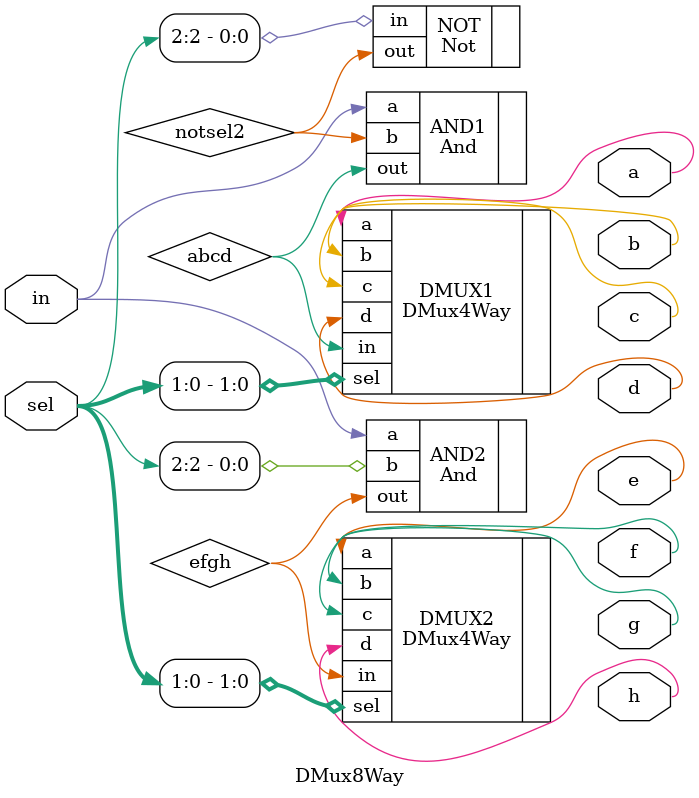
<source format=v>
/**
 * 8-way demultiplexor:
 * {a, b, c, d, e, f, g, h} = {in, 0, 0, 0, 0, 0, 0, 0} if sel == 000
 *                            {0, in, 0, 0, 0, 0, 0, 0} if sel == 001
 *                            etc.
 *                            {0, 0, 0, 0, 0, 0, 0, in} if sel == 111
 */

`default_nettype none
module DMux8Way(
	input in,
	input [2:0] sel,
  output a,
	output b,
	output c,
	output d,
	output e,
	output f,
	output g,
	output h
);

  wire notsel2;
  Not NOT(.in(sel[2]), .out(notsel2));

  wire abcd;
  And AND1(.a(in), .b(notsel2), .out(abcd));
  DMux4Way DMUX1(.in(abcd), .sel(sel[1:0]), .a(a), .b(b), .c(c), .d(d));

  wire efgh;
  And AND2(.a(in), .b(sel[2]), .out(efgh));
  DMux4Way DMUX2(.in(efgh), .sel(sel[1:0]), .a(e), .b(f), .c(g), .d(h));

endmodule

</source>
